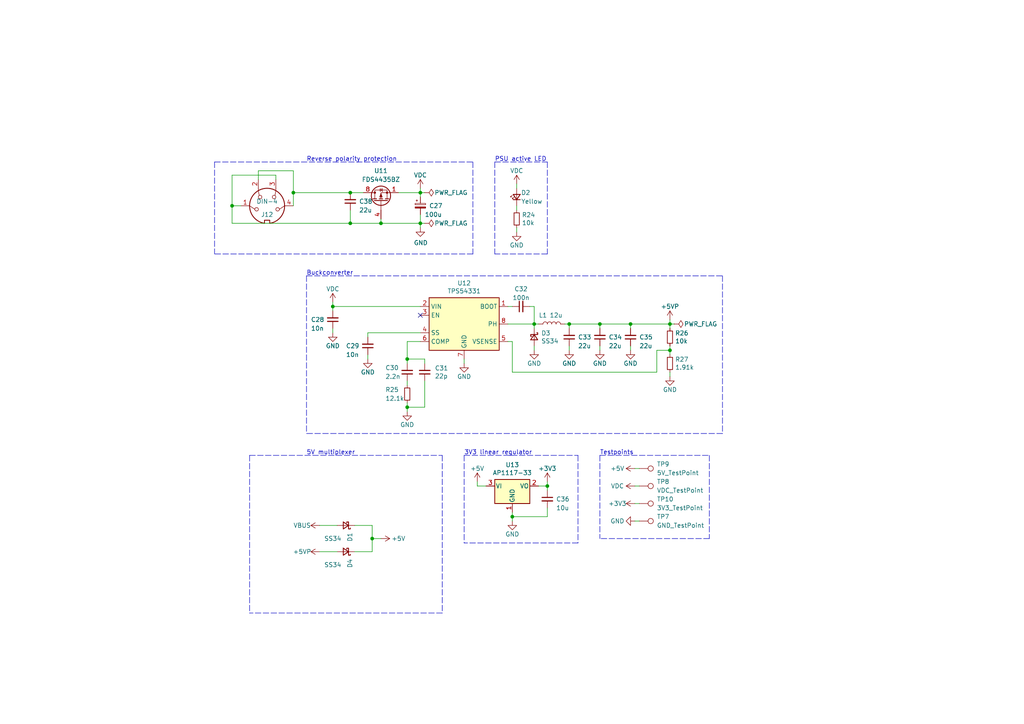
<source format=kicad_sch>
(kicad_sch (version 20211123) (generator eeschema)
  (paper "A4")
  (title_block (title "Power") (date "2022-03-29") (rev "003"))
  (lib_symbols
    (symbol "Connector:DIN-4" (pin_names (offset 1.016))
      (property "Reference" "J" (at 5.334 5.08 0))
      (property "Value" "DIN-4" (at 0 -6.35 0))
      (symbol "DIN-4_0_1"
        (arc (start -5.08 0) (mid -3.8597 -3.3379) (end -0.762 -5.08) (stroke (width 0.254)))
        (circle (center -3.048 -1.016) (radius 0.508))
        (circle (center -2.032 2.54) (radius 0.508))
        (polyline (pts (xy -3.556 -1.016) (xy -5.08 0)))
        (polyline (pts (xy 5.08 0) (xy 3.556 -1.016)))
        (polyline (pts (xy -2.54 5.08) (xy -2.54 4.318) (xy -2.286 3.048)))
        (polyline (pts (xy 2.54 5.08) (xy 2.54 4.318) (xy 2.286 3.048)))
        (polyline (pts (xy -0.762 -4.953) (xy -0.762 -4.191) (xy 0.762 -4.191) (xy 0.762 -4.953)) (stroke (width 0.254)))
        (arc (start 0.762 -5.08) (mid 3.8673 -3.3444) (end 5.08 0) (stroke (width 0.254)))
        (circle (center 2.032 2.54) (radius 0.508))
        (circle (center 3.048 -1.016) (radius 0.508))
        (arc (start 5.08 0) (mid 0 5.08) (end -5.08 0) (stroke (width 0.254)))
      )
      (symbol "DIN-4_1_1"
        (pin passive line (at -7.62 0 0) (length 2.54) (name "~") (number "1"))
        (pin passive line (at -2.54 7.62 270) (length 2.54) (name "~") (number "2"))
        (pin passive line (at 2.54 7.62 270) (length 2.54) (name "~") (number "3"))
        (pin passive line (at 7.62 0 180) (length 2.54) (name "~") (number "4"))
      )
    )
    (symbol "Connector:TestPoint" (pin_numbers hide) (pin_names (offset 0.762) hide)
      (property "Reference" "TP" (at 0 6.858 0))
      (property "Value" "TestPoint" (at 0 5.08 0))
      (symbol "TestPoint_0_1"
        (circle (center 0 3.302) (radius 0.762))
      )
      (symbol "TestPoint_1_1"
        (pin passive line (at 0 0 90) (length 2.54) (name "1") (number "1"))
      )
    )
    (symbol "Device:C_Polarized_Small" (pin_numbers hide) (pin_names (offset 0.254) hide)
      (property "Reference" "C" (at 0.254 1.778 0))
      (property "Value" "C_Polarized_Small" (at 0.254 -2.032 0))
      (symbol "C_Polarized_Small_0_1"
        (rectangle (start -1.524 -0.3048) (end 1.524 -0.6858) (fill (type outline)))
        (rectangle (start -1.524 0.6858) (end 1.524 0.3048))
        (polyline (pts (xy -1.27 1.524) (xy -0.762 1.524)))
        (polyline (pts (xy -1.016 1.27) (xy -1.016 1.778)))
      )
      (symbol "C_Polarized_Small_1_1"
        (pin passive line (at 0 2.54 270) (length 1.8542) (name "~") (number "1"))
        (pin passive line (at 0 -2.54 90) (length 1.8542) (name "~") (number "2"))
      )
    )
    (symbol "Device:C_Small" (pin_numbers hide) (pin_names (offset 0.254) hide)
      (property "Reference" "C" (at 0.254 1.778 0))
      (property "Value" "C_Small" (at 0.254 -2.032 0))
      (symbol "C_Small_0_1"
        (polyline (pts (xy -1.524 -0.508) (xy 1.524 -0.508)) (stroke (width 0.3302)))
        (polyline (pts (xy -1.524 0.508) (xy 1.524 0.508)) (stroke (width 0.3048)))
      )
      (symbol "C_Small_1_1"
        (pin passive line (at 0 2.54 270) (length 2.032) (name "~") (number "1"))
        (pin passive line (at 0 -2.54 90) (length 2.032) (name "~") (number "2"))
      )
    )
    (symbol "Device:D_Schottky_Small" (pin_numbers hide) (pin_names (offset 0.254) hide)
      (property "Reference" "D" (at -1.27 2.032 0))
      (property "Value" "D_Schottky_Small" (at -7.112 -2.032 0))
      (symbol "D_Schottky_Small_0_1"
        (polyline (pts (xy -0.762 0) (xy 0.762 0)))
        (polyline (pts (xy 0.762 -1.016) (xy -0.762 0) (xy 0.762 1.016) (xy 0.762 -1.016)) (stroke (width 0.254)))
        (polyline (pts (xy -1.27 0.762) (xy -1.27 1.016) (xy -0.762 1.016) (xy -0.762 -1.016) (xy -0.254 -1.016) (xy -0.254 -0.762)) (stroke (width 0.254)))
      )
      (symbol "D_Schottky_Small_1_1"
        (pin passive line (at -2.54 0 0) (length 1.778) (name "K") (number "1"))
        (pin passive line (at 2.54 0 180) (length 1.778) (name "A") (number "2"))
      )
    )
    (symbol "Device:L" (pin_numbers hide) (pin_names (offset 1.016) hide)
      (property "Reference" "L" (at -1.27 0 90))
      (property "Value" "L" (at 1.905 0 90))
      (symbol "L_0_1"
        (arc (start 0 -2.54) (mid 0.635 -1.905) (end 0 -1.27))
        (arc (start 0 -1.27) (mid 0.635 -0.635) (end 0 0))
        (arc (start 0 0) (mid 0.635 0.635) (end 0 1.27))
        (arc (start 0 1.27) (mid 0.635 1.905) (end 0 2.54))
      )
      (symbol "L_1_1"
        (pin passive line (at 0 3.81 270) (length 1.27) (name "1") (number "1"))
        (pin passive line (at 0 -3.81 90) (length 1.27) (name "2") (number "2"))
      )
    )
    (symbol "Device:LED_Small" (pin_numbers hide) (pin_names (offset 0.254) hide)
      (property "Reference" "D" (at -1.27 3.175 0))
      (property "Value" "LED_Small" (at -4.445 -2.54 0))
      (symbol "LED_Small_0_1"
        (polyline (pts (xy -0.762 -1.016) (xy -0.762 1.016)) (stroke (width 0.254)))
        (polyline (pts (xy 1.016 0) (xy -0.762 0)))
        (polyline (pts (xy 0.762 -1.016) (xy -0.762 0) (xy 0.762 1.016) (xy 0.762 -1.016)) (stroke (width 0.254)))
        (polyline (pts (xy 0 0.762) (xy -0.508 1.27) (xy -0.254 1.27) (xy -0.508 1.27) (xy -0.508 1.016)))
        (polyline (pts (xy 0.508 1.27) (xy 0 1.778) (xy 0.254 1.778) (xy 0 1.778) (xy 0 1.524)))
      )
      (symbol "LED_Small_1_1"
        (pin passive line (at -2.54 0 0) (length 1.778) (name "K") (number "1"))
        (pin passive line (at 2.54 0 180) (length 1.778) (name "A") (number "2"))
      )
    )
    (symbol "Device:R_Small" (pin_numbers hide) (pin_names (offset 0.254) hide)
      (property "Reference" "R" (at 0.762 0.508 0))
      (property "Value" "R_Small" (at 0.762 -1.016 0))
      (symbol "R_Small_0_1"
        (rectangle (start -0.762 1.778) (end 0.762 -1.778) (stroke (width 0.2032)))
      )
      (symbol "R_Small_1_1"
        (pin passive line (at 0 2.54 270) (length 0.762) (name "~") (number "1"))
        (pin passive line (at 0 -2.54 90) (length 0.762) (name "~") (number "2"))
      )
    )
    (symbol "Regulator_Linear:AP1117-33" (pin_names (offset 0.254))
      (property "Reference" "U" (at -3.81 3.175 0))
      (property "Value" "AP1117-33" (at 0 3.175 0))
      (symbol "AP1117-33_0_1"
        (rectangle (start -5.08 -5.08) (end 5.08 1.905) (stroke (width 0.254)) (fill (type background)))
      )
      (symbol "AP1117-33_1_1"
        (pin power_in line (at 0 -7.62 90) (length 2.54) (name "GND") (number "1"))
        (pin power_out line (at 7.62 0 180) (length 2.54) (name "VO") (number "2"))
        (pin power_in line (at -7.62 0 0) (length 2.54) (name "VI") (number "3"))
      )
    )
    (symbol "index:FDS4435BZ" (pin_names hide)
      (property "Reference" "Q" (at 5.08 1.905 0))
      (property "Value" "FDS4435BZ" (at 5.08 0 0))
      (symbol "FDS4435BZ_0_1"
        (polyline (pts (xy 0.254 0) (xy -2.54 0)))
        (polyline (pts (xy 0.254 1.905) (xy 0.254 -1.905)) (stroke (width 0.254)))
        (polyline (pts (xy 0.762 -1.27) (xy 0.762 -2.286)) (stroke (width 0.254)))
        (polyline (pts (xy 0.762 0.508) (xy 0.762 -0.508)) (stroke (width 0.254)))
        (polyline (pts (xy 0.762 2.286) (xy 0.762 1.27)) (stroke (width 0.254)))
        (polyline (pts (xy 2.54 2.54) (xy 2.54 1.778)))
        (polyline (pts (xy 2.54 -2.54) (xy 2.54 0) (xy 0.762 0)))
        (polyline (pts (xy 0.762 1.778) (xy 3.302 1.778) (xy 3.302 -1.778) (xy 0.762 -1.778)))
        (polyline (pts (xy 2.286 0) (xy 1.27 0.381) (xy 1.27 -0.381) (xy 2.286 0)) (fill (type outline)))
        (polyline (pts (xy 2.794 -0.508) (xy 2.921 -0.381) (xy 3.683 -0.381) (xy 3.81 -0.254)))
        (polyline (pts (xy 3.302 -0.381) (xy 2.921 0.254) (xy 3.683 0.254) (xy 3.302 -0.381)))
        (circle (center 1.651 0) (radius 2.794) (stroke (width 0.254)))
        (circle (center 2.54 -1.778) (radius 0.254) (fill (type outline)))
        (circle (center 2.54 1.778) (radius 0.254) (fill (type outline)))
      )
      (symbol "FDS4435BZ_1_1"
        (pin passive line (at 2.54 -5.08 90) (length 2.54) (name "S") (number "1"))
        (pin passive line (at 2.54 -5.08 90) (length 2.54) hide (name "S") (number "2"))
        (pin passive line (at 2.54 -5.08 90) (length 2.54) hide (name "S") (number "3"))
        (pin passive line (at -5.08 0 0) (length 2.54) (name "G") (number "4"))
        (pin passive line (at 2.54 5.08 270) (length 2.54) hide (name "D") (number "5"))
        (pin passive line (at 2.54 5.08 270) (length 2.54) hide (name "D") (number "6"))
        (pin passive line (at 2.54 5.08 270) (length 2.54) hide (name "D") (number "7"))
        (pin passive line (at 2.54 5.08 270) (length 2.54) (name "D") (number "8"))
      )
    )
    (symbol "index:TPS54331"
      (property "Reference" "U" (at -8.89 8.89 0))
      (property "Value" "TPS54331" (at 3.81 8.89 0))
      (symbol "TPS54331_1_1"
        (rectangle (start -10.16 7.62) (end 10.16 -7.62) (stroke (width 0.254)) (fill (type background)))
        (pin output line (at 12.7 5.08 180) (length 2.54) (name "BOOT") (number "1"))
        (pin power_in line (at -12.7 5.08 0) (length 2.54) (name "VIN") (number "2"))
        (pin input line (at -12.7 2.54 0) (length 2.54) (name "EN") (number "3"))
        (pin output line (at -12.7 -2.54 0) (length 2.54) (name "SS") (number "4"))
        (pin input line (at 12.7 -5.08 180) (length 2.54) (name "VSENSE") (number "5"))
        (pin output line (at -12.7 -5.08 0) (length 2.54) (name "COMP") (number "6"))
        (pin power_in line (at 0 -10.16 90) (length 2.54) (name "GND") (number "7"))
        (pin output line (at 12.7 0 180) (length 2.54) (name "PH") (number "8"))
      )
    )
    (symbol "power:+3V3" (power) (pin_names (offset 0))
      (property "Value" "+3V3" (at 0 3.556 0))
      (symbol "+3V3_0_1"
        (polyline (pts (xy -0.762 1.27) (xy 0 2.54)))
        (polyline (pts (xy 0 0) (xy 0 2.54)))
        (polyline (pts (xy 0 2.54) (xy 0.762 1.27)))
      )
      (symbol "+3V3_1_1"
        (pin power_in line (at 0 0 90) (length 0) hide (name "+3V3") (number "1"))
      )
    )
    (symbol "power:+5V" (power) (pin_names (offset 0))
      (property "Value" "+5V" (at 0 3.556 0))
      (symbol "+5V_0_1"
        (polyline (pts (xy -0.762 1.27) (xy 0 2.54)))
        (polyline (pts (xy 0 0) (xy 0 2.54)))
        (polyline (pts (xy 0 2.54) (xy 0.762 1.27)))
      )
      (symbol "+5V_1_1"
        (pin power_in line (at 0 0 90) (length 0) hide (name "+5V") (number "1"))
      )
    )
    (symbol "power:+5VP" (power) (pin_names (offset 0))
      (property "Value" "+5VP" (at 0 3.556 0))
      (symbol "+5VP_0_1"
        (polyline (pts (xy -0.762 1.27) (xy 0 2.54)))
        (polyline (pts (xy 0 0) (xy 0 2.54)))
        (polyline (pts (xy 0 2.54) (xy 0.762 1.27)))
      )
      (symbol "+5VP_1_1"
        (pin power_in line (at 0 0 90) (length 0) hide (name "+5VP") (number "1"))
      )
    )
    (symbol "power:GND" (power) (pin_names (offset 0))
      (property "Value" "GND" (at 0 -3.81 0))
      (symbol "GND_0_1"
        (polyline (pts (xy 0 0) (xy 0 -1.27) (xy 1.27 -1.27) (xy 0 -2.54) (xy -1.27 -1.27) (xy 0 -1.27)))
      )
      (symbol "GND_1_1"
        (pin power_in line (at 0 0 270) (length 0) hide (name "GND") (number "1"))
      )
    )
    (symbol "power:PWR_FLAG" (power) (pin_numbers hide) (pin_names (offset 0) hide)
      (property "Value" "PWR_FLAG" (at 0 3.81 0))
      (symbol "PWR_FLAG_0_0"
        (pin power_out line (at 0 0 90) (length 0) (name "pwr") (number "1"))
      )
      (symbol "PWR_FLAG_0_1"
        (polyline (pts (xy 0 0) (xy 0 1.27) (xy -1.016 1.905) (xy 0 2.54) (xy 1.016 1.905) (xy 0 1.27)))
      )
    )
    (symbol "power:VBUS" (power) (pin_names (offset 0))
      (property "Value" "VBUS" (at 0 3.81 0))
      (symbol "VBUS_0_1"
        (polyline (pts (xy -0.762 1.27) (xy 0 2.54)))
        (polyline (pts (xy 0 0) (xy 0 2.54)))
        (polyline (pts (xy 0 2.54) (xy 0.762 1.27)))
      )
      (symbol "VBUS_1_1"
        (pin power_in line (at 0 0 90) (length 0) hide (name "VBUS") (number "1"))
      )
    )
    (symbol "power:VDC" (power) (pin_names (offset 0))
      (property "Value" "VDC" (at 0 6.35 0))
      (symbol "VDC_0_1"
        (polyline (pts (xy -0.762 1.27) (xy 0 2.54)))
        (polyline (pts (xy 0 0) (xy 0 2.54)))
        (polyline (pts (xy 0 2.54) (xy 0.762 1.27)))
      )
      (symbol "VDC_1_1"
        (pin power_in line (at 0 0 90) (length 0) hide (name "VDC") (number "1"))
      )
    )
  )
  (junction (at 182.88 93.98))
  (junction (at 118.11 118.11))
  (junction (at 101.6 55.88))
  (junction (at 194.31 93.98))
  (junction (at 121.92 55.88))
  (junction (at 101.6 64.77))
  (junction (at 121.92 64.77))
  (junction (at 148.59 149.86))
  (junction (at 107.95 156.21))
  (junction (at 118.11 104.14))
  (junction (at 158.75 140.97))
  (junction (at 154.94 93.98))
  (junction (at 67.31 59.69))
  (junction (at 110.49 64.77))
  (junction (at 165.1 93.98))
  (junction (at 173.99 93.98))
  (junction (at 85.09 55.88))
  (junction (at 194.31 101.6))
  (junction (at 96.52 88.9))
  (no_connect (at 121.92 91.44))
  (polyline (pts (xy 173.99 132.08) (xy 173.99 156.21)))
  (wire (pts (xy 74.93 52.07) (xy 74.93 49.53)))
  (polyline (pts (xy 167.64 157.48) (xy 134.62 157.48)))
  (polyline (pts (xy 62.23 46.99) (xy 137.16 46.99)))
  (polyline (pts (xy 134.62 132.08) (xy 167.64 132.08)))
  (wire (pts (xy 107.95 160.02) (xy 107.95 156.21)))
  (wire (pts (xy 92.71 160.02) (xy 97.79 160.02)))
  (polyline (pts (xy 158.75 46.99) (xy 158.75 73.66)))
  (polyline (pts (xy 72.39 132.08) (xy 128.27 132.08)))
  (wire (pts (xy 96.52 95.25) (xy 96.52 96.52)))
  (wire (pts (xy 194.31 93.98) (xy 194.31 95.25)))
  (polyline (pts (xy 62.23 46.99) (xy 62.23 73.66)))
  (wire (pts (xy 102.87 160.02) (xy 107.95 160.02)))
  (wire (pts (xy 154.94 88.9) (xy 154.94 93.98)))
  (polyline (pts (xy 72.39 132.08) (xy 72.39 177.8)))
  (wire (pts (xy 121.92 55.88) (xy 123.19 55.88)))
  (wire (pts (xy 184.15 151.13) (xy 185.42 151.13)))
  (wire (pts (xy 123.19 118.11) (xy 123.19 110.49)))
  (wire (pts (xy 106.68 102.87) (xy 106.68 104.14)))
  (wire (pts (xy 148.59 99.06) (xy 148.59 107.95)))
  (wire (pts (xy 74.93 49.53) (xy 85.09 49.53)))
  (wire (pts (xy 182.88 100.33) (xy 182.88 101.6)))
  (wire (pts (xy 190.5 107.95) (xy 190.5 101.6)))
  (wire (pts (xy 110.49 63.5) (xy 110.49 64.77)))
  (wire (pts (xy 184.15 146.05) (xy 185.42 146.05)))
  (wire (pts (xy 190.5 101.6) (xy 194.31 101.6)))
  (polyline (pts (xy 173.99 132.08) (xy 205.74 132.08)))
  (wire (pts (xy 154.94 93.98) (xy 156.21 93.98)))
  (wire (pts (xy 118.11 104.14) (xy 118.11 99.06)))
  (wire (pts (xy 118.11 116.84) (xy 118.11 118.11)))
  (wire (pts (xy 147.32 99.06) (xy 148.59 99.06)))
  (wire (pts (xy 148.59 88.9) (xy 147.32 88.9)))
  (wire (pts (xy 163.83 93.98) (xy 165.1 93.98)))
  (wire (pts (xy 80.01 50.8) (xy 67.31 50.8)))
  (polyline (pts (xy 205.74 132.08) (xy 205.74 156.21)))
  (wire (pts (xy 121.92 64.77) (xy 110.49 64.77)))
  (wire (pts (xy 102.87 152.4) (xy 107.95 152.4)))
  (wire (pts (xy 121.92 54.61) (xy 121.92 55.88)))
  (wire (pts (xy 121.92 64.77) (xy 123.19 64.77)))
  (wire (pts (xy 121.92 64.77) (xy 121.92 66.04)))
  (polyline (pts (xy 209.55 125.73) (xy 88.9 125.73)))
  (wire (pts (xy 123.19 104.14) (xy 118.11 104.14)))
  (wire (pts (xy 173.99 100.33) (xy 173.99 101.6)))
  (wire (pts (xy 154.94 100.33) (xy 154.94 101.6)))
  (wire (pts (xy 118.11 118.11) (xy 118.11 119.38)))
  (polyline (pts (xy 134.62 132.08) (xy 134.62 157.48)))
  (polyline (pts (xy 128.27 177.8) (xy 72.39 177.8)))
  (wire (pts (xy 154.94 93.98) (xy 154.94 95.25)))
  (wire (pts (xy 138.43 139.7) (xy 138.43 140.97)))
  (wire (pts (xy 96.52 88.9) (xy 96.52 90.17)))
  (wire (pts (xy 101.6 55.88) (xy 105.41 55.88)))
  (wire (pts (xy 148.59 107.95) (xy 190.5 107.95)))
  (wire (pts (xy 85.09 59.69) (xy 85.09 55.88)))
  (wire (pts (xy 184.15 140.97) (xy 185.42 140.97)))
  (wire (pts (xy 148.59 149.86) (xy 148.59 151.13)))
  (wire (pts (xy 107.95 156.21) (xy 110.49 156.21)))
  (wire (pts (xy 149.86 66.04) (xy 149.86 67.31)))
  (wire (pts (xy 158.75 147.32) (xy 158.75 149.86)))
  (wire (pts (xy 149.86 59.69) (xy 149.86 60.96)))
  (wire (pts (xy 107.95 152.4) (xy 107.95 156.21)))
  (wire (pts (xy 85.09 49.53) (xy 85.09 55.88)))
  (wire (pts (xy 85.09 55.88) (xy 101.6 55.88)))
  (wire (pts (xy 158.75 139.7) (xy 158.75 140.97)))
  (wire (pts (xy 194.31 92.71) (xy 194.31 93.98)))
  (wire (pts (xy 106.68 96.52) (xy 121.92 96.52)))
  (wire (pts (xy 118.11 110.49) (xy 118.11 111.76)))
  (wire (pts (xy 194.31 100.33) (xy 194.31 101.6)))
  (wire (pts (xy 67.31 64.77) (xy 101.6 64.77)))
  (wire (pts (xy 96.52 87.63) (xy 96.52 88.9)))
  (polyline (pts (xy 158.75 73.66) (xy 143.51 73.66)))
  (wire (pts (xy 147.32 93.98) (xy 154.94 93.98)))
  (wire (pts (xy 194.31 101.6) (xy 194.31 102.87)))
  (wire (pts (xy 194.31 109.22) (xy 194.31 107.95)))
  (polyline (pts (xy 88.9 80.01) (xy 88.9 125.73)))
  (wire (pts (xy 92.71 152.4) (xy 97.79 152.4)))
  (wire (pts (xy 173.99 93.98) (xy 182.88 93.98)))
  (wire (pts (xy 165.1 100.33) (xy 165.1 101.6)))
  (wire (pts (xy 118.11 104.14) (xy 118.11 105.41)))
  (wire (pts (xy 182.88 93.98) (xy 194.31 93.98)))
  (wire (pts (xy 138.43 140.97) (xy 140.97 140.97)))
  (polyline (pts (xy 209.55 80.01) (xy 209.55 125.73)))
  (wire (pts (xy 158.75 149.86) (xy 148.59 149.86)))
  (polyline (pts (xy 143.51 46.99) (xy 143.51 73.66)))
  (polyline (pts (xy 167.64 132.08) (xy 167.64 157.48)))
  (wire (pts (xy 156.21 140.97) (xy 158.75 140.97)))
  (wire (pts (xy 67.31 59.69) (xy 69.85 59.69)))
  (wire (pts (xy 134.62 104.14) (xy 134.62 105.41)))
  (wire (pts (xy 67.31 50.8) (xy 67.31 59.69)))
  (polyline (pts (xy 205.74 156.21) (xy 173.99 156.21)))
  (wire (pts (xy 165.1 93.98) (xy 173.99 93.98)))
  (wire (pts (xy 184.15 135.89) (xy 185.42 135.89)))
  (wire (pts (xy 148.59 148.59) (xy 148.59 149.86)))
  (wire (pts (xy 153.67 88.9) (xy 154.94 88.9)))
  (wire (pts (xy 194.31 93.98) (xy 195.58 93.98)))
  (wire (pts (xy 182.88 93.98) (xy 182.88 95.25)))
  (wire (pts (xy 149.86 53.34) (xy 149.86 54.61)))
  (wire (pts (xy 118.11 99.06) (xy 121.92 99.06)))
  (wire (pts (xy 165.1 93.98) (xy 165.1 95.25)))
  (wire (pts (xy 121.92 62.23) (xy 121.92 64.77)))
  (wire (pts (xy 80.01 52.07) (xy 80.01 50.8)))
  (wire (pts (xy 173.99 93.98) (xy 173.99 95.25)))
  (polyline (pts (xy 137.16 73.66) (xy 62.23 73.66)))
  (wire (pts (xy 101.6 64.77) (xy 101.6 60.96)))
  (wire (pts (xy 115.57 55.88) (xy 121.92 55.88)))
  (wire (pts (xy 158.75 142.24) (xy 158.75 140.97)))
  (polyline (pts (xy 88.9 80.01) (xy 209.55 80.01)))
  (wire (pts (xy 106.68 96.52) (xy 106.68 97.79)))
  (wire (pts (xy 121.92 55.88) (xy 121.92 57.15)))
  (polyline (pts (xy 137.16 46.99) (xy 137.16 73.66)))
  (polyline (pts (xy 128.27 132.08) (xy 128.27 177.8)))
  (wire (pts (xy 96.52 88.9) (xy 121.92 88.9)))
  (wire (pts (xy 67.31 59.69) (xy 67.31 64.77)))
  (wire (pts (xy 101.6 64.77) (xy 110.49 64.77)))
  (polyline (pts (xy 143.51 46.99) (xy 158.75 46.99)))
  (wire (pts (xy 123.19 105.41) (xy 123.19 104.14)))
  (wire (pts (xy 118.11 118.11) (xy 123.19 118.11)))
  (text "Buckconverter" (at 88.9 80.01 0) (effects (font (size 1.27 1.27)) (justify left bottom)))
  (text "Reverse polarity protection" (at 88.9 46.99 0) (effects (font (size 1.27 1.27)) (justify left bottom)))
  (text "Testpoints" (at 173.99 132.08 0) (effects (font (size 1.27 1.27)) (justify left bottom)))
  (text "PSU active LED" (at 143.51 46.99 0) (effects (font (size 1.27 1.27)) (justify left bottom)))
  (text "3V3 linear regulator" (at 134.62 132.08 0) (effects (font (size 1.27 1.27)) (justify left bottom)))
  (text "5V multiplexer" (at 88.9 132.08 0) (effects (font (size 1.27 1.27)) (justify left bottom)))
  (symbol (lib_id "Device:C_Polarized_Small") (at 121.92 59.69 0) (unit 1)
    (property "Reference" "C27" (at 124.46 59.69 0) (effects (justify left)))
    (property "Value" "100u" (at 123.19 62.23 0) (effects (justify left)))
    (property "Footprint" "Capacitor_SMD:CP_Elec_6.3x7.7" (effects hide))
    (property "Digikey" "493-2203-1-ND" (effects hide))
    (property "JLCPCB" "C99837" (effects hide))
    (property "LCSC" "C3339" (effects hide))
    (property "Mouser" "647-UWT1V101MCL1S" (effects hide))
  )
  (symbol (lib_id "Device:L") (at 160.02 93.98 90) (unit 1)
    (property "Reference" "L1" (at 157.48 91.44 90))
    (property "Value" "12u" (at 161.29 91.44 90))
    (property "Footprint" "Inductor_SMD:L_Coilcraft_XAL60xx_6.36x6.56mm" (effects hide))
    (property "Digikey" "ASPI-6045S-120M-TCT-ND" (effects hide))
    (property "LCSC" "C168077" (effects hide))
    (property "Mouser" "815-ASPI-6045S-120MT" (effects hide))
  )
  (symbol (lib_id "Device:R_Small") (at 194.31 97.79 0) (unit 1)
    (property "Reference" "R26" (at 195.8086 96.6216 0) (effects (justify left)))
    (property "Value" "10k" (at 195.8086 98.933 0) (effects (justify left)))
    (property "Footprint" "Resistor_SMD:R_0805_2012Metric" (effects hide))
    (property "Digikey" "RMCF0805FT10K0CT-ND" (effects hide))
    (property "JLCPCB" "C17414" (effects hide))
    (property "LCSC" "C115295" (effects hide))
    (property "Mouser" "71-CRCW080510K0FKEAC" (effects hide))
    (property "Notes" "1%" (effects hide))
  )
  (symbol (lib_id "Device:R_Small") (at 194.31 105.41 0) (unit 1)
    (property "Reference" "R27" (at 195.8086 104.2416 0) (effects (justify left)))
    (property "Value" "1.91k" (at 195.8086 106.553 0) (effects (justify left)))
    (property "Footprint" "Resistor_SMD:R_0805_2012Metric" (effects hide))
    (property "Datasheet" "https://www.vishay.com/docs/20035/dcrcwe3.pdf" (effects hide))
    (property "Digikey" "541-1.91KCCT-ND" (effects hide))
    (property "JLCPCB" "C17401" (effects hide))
    (property "LCSC" "C17401" (effects hide))
    (property "Mouser" "71-CRCW08051K91FKEA" (effects hide))
  )
  (symbol (lib_id "Device:C_Small") (at 96.52 92.71 180) (unit 1)
    (property "Reference" "C28" (at 90.17 92.71 0) (effects (justify right)))
    (property "Value" "10n" (at 90.17 95.25 0) (effects (justify right)))
    (property "Footprint" "Capacitor_SMD:C_0805_2012Metric" (effects hide))
    (property "Digikey" "1276-1015-1-ND" (effects hide))
    (property "JLCPCB" "C1710" (effects hide))
    (property "LCSC" "C1710" (effects hide))
    (property "Mouser" "187-CL21B103KBANNNC" (effects hide))
  )
  (symbol (lib_id "Regulator_Linear:AP1117-33") (at 148.59 140.97 0) (unit 1)
    (property "Reference" "U13" (at 148.59 134.8232 0))
    (property "Value" "AP1117-33" (at 148.59 137.1346 0))
    (property "Footprint" "Package_TO_SOT_SMD:SOT-223-3_TabPin2" (effects hide))
    (property "Datasheet" "http://www.diodes.com/datasheets/AP1117.pdf" (effects hide))
    (property "JLCPCB" "C108785" (effects hide))
    (property "LCSC" "C108785" (effects hide))
    (property "Digikey" "ZLDO1117G33DICT-ND" (effects hide))
    (property "Mouser" "522-ZLDO1117G33TA" (effects hide))
  )
  (symbol (lib_id "power:+3V3") (at 158.75 139.7 0) (unit 1)
    (property "Reference" "#PWR0161" (effects hide))
    (property "Value" "+3V3" (at 158.75 135.89 0))
  )
  (symbol (lib_id "power:GND") (at 148.59 151.13 0) (unit 1)
    (property "Reference" "#PWR0160" (effects hide))
    (property "Value" "GND" (at 148.59 154.94 0))
  )
  (symbol (lib_id "power:+5V") (at 138.43 139.7 0) (unit 1)
    (property "Reference" "#PWR0159" (effects hide))
    (property "Value" "+5V" (at 138.43 135.89 0))
  )
  (symbol (lib_id "Device:LED_Small") (at 149.86 57.15 90) (unit 1)
    (property "Reference" "D2" (at 151.13 55.88 90) (effects (justify right)))
    (property "Value" "Yellow" (at 151.13 58.42 90) (effects (justify right)))
    (property "Footprint" "LED_SMD:LED_0805_2012Metric" (effects hide))
    (property "Digikey" "732-4987-1-ND" (effects hide))
    (property "JLCPCB" "C2296" (effects hide))
    (property "LCSC" "C779458" (effects hide))
    (property "Mouser" "710-150080YS75000" (effects hide))
  )
  (symbol (lib_id "Device:R_Small") (at 149.86 63.5 0) (unit 1)
    (property "Reference" "R24" (at 151.3586 62.3316 0) (effects (justify left)))
    (property "Value" "10k" (at 151.3586 64.643 0) (effects (justify left)))
    (property "Footprint" "Resistor_SMD:R_0805_2012Metric" (effects hide))
    (property "Digikey" "RMCF0805FT10K0CT-ND" (effects hide))
    (property "JLCPCB" "C17414" (effects hide))
    (property "LCSC" "C115295" (effects hide))
    (property "Mouser" "71-CRCW080510K0FKEAC" (effects hide))
  )
  (symbol (lib_id "power:GND") (at 149.86 67.31 0) (unit 1)
    (property "Reference" "#PWR0146" (effects hide))
    (property "Value" "GND" (at 149.86 71.12 0))
  )
  (symbol (lib_id "index:FDS4435BZ") (at 110.49 58.42 90) (unit 1)
    (property "Reference" "U11" (at 110.49 49.53 90))
    (property "Value" "FDS4435BZ" (at 110.49 52.07 90))
    (property "Footprint" "Package_SO:SO-8_3.9x4.9mm_P1.27mm" (effects hide))
    (property "JLCPCB" "C23931" (effects hide))
    (property "LCSC" "C23931" (effects hide))
    (property "Digikey" "FDS4435BZCT-ND" (effects hide))
    (property "Mouser" "512-FDS4435BZ" (effects hide))
  )
  (symbol (lib_id "power:GND") (at 194.31 109.22 0) (unit 1)
    (property "Reference" "#PWR0157" (effects hide))
    (property "Value" "GND" (at 194.31 113.03 0))
  )
  (symbol (lib_id "power:GND") (at 121.92 66.04 0) (unit 1)
    (property "Reference" "#PWR0143" (effects hide))
    (property "Value" "GND" (at 122.047 70.4342 0))
  )
  (symbol (lib_id "Device:D_Schottky_Small") (at 154.94 97.79 270) (unit 1)
    (property "Reference" "D3" (at 156.972 96.6216 90) (effects (justify left)))
    (property "Value" "SS34" (at 156.972 98.933 90) (effects (justify left)))
    (property "Footprint" "Diode_SMD:D_SMA" (effects hide))
    (property "LCSC" "C266553" (effects hide))
    (property "JLCPCB" "C8678" (effects hide))
    (property "Notes" "Vf<=0.55V,I>=2A,Vr>=24V" (effects hide))
    (property "Digikey" "641-2115-1-ND" (effects hide))
    (property "Mouser" "821-SS34LRVG" (effects hide))
  )
  (symbol (lib_id "power:GND") (at 154.94 101.6 0) (unit 1)
    (property "Reference" "#PWR0152" (effects hide))
    (property "Value" "GND" (at 154.94 105.41 0))
  )
  (symbol (lib_id "power:VDC") (at 96.52 87.63 0) (unit 1)
    (property "Reference" "#PWR0149" (effects hide))
    (property "Value" "VDC" (at 96.52 83.82 0))
  )
  (symbol (lib_id "power:VDC") (at 149.86 53.34 0) (unit 1)
    (property "Reference" "#PWR0145" (effects hide))
    (property "Value" "VDC" (at 149.86 49.53 0))
  )
  (symbol (lib_id "power:GND") (at 96.52 96.52 0) (unit 1)
    (property "Reference" "#PWR0147" (effects hide))
    (property "Value" "GND" (at 96.52 100.33 0))
  )
  (symbol (lib_id "Device:C_Small") (at 158.75 144.78 0) (unit 1)
    (property "Reference" "C36" (at 161.29 144.78 0) (effects (justify left)))
    (property "Value" "10u" (at 161.29 147.32 0) (effects (justify left)))
    (property "Footprint" "Capacitor_SMD:C_0805_2012Metric" (effects hide))
    (property "JLCPCB" "C15850" (effects hide))
    (property "LCSC" "C17024" (effects hide))
    (property "Digikey" "490-18663-1-ND" (effects hide))
    (property "Mouser" "81-GRM21BR61H106KE3L" (effects hide))
  )
  (symbol (lib_id "power:VBUS") (at 92.71 152.4 90) (unit 1)
    (property "Reference" "#PWR0158" (effects hide))
    (property "Value" "VBUS" (at 87.63 152.4 90))
  )
  (symbol (lib_id "power:PWR_FLAG") (at 195.58 93.98 270) (unit 1)
    (property "Reference" "#FLG026" (effects hide))
    (property "Value" "PWR_FLAG" (at 203.2 93.98 90))
  )
  (symbol (lib_id "power:PWR_FLAG") (at 123.19 55.88 270) (unit 1)
    (property "Reference" "#FLG024" (effects hide))
    (property "Value" "PWR_FLAG" (at 130.81 55.88 90))
  )
  (symbol (lib_id "power:GND") (at 134.62 105.41 0) (unit 1)
    (property "Reference" "#PWR0151" (effects hide))
    (property "Value" "GND" (at 134.62 109.22 0))
  )
  (symbol (lib_id "index:TPS54331") (at 134.62 93.98 0) (unit 1)
    (property "Reference" "U12" (at 134.62 82.1182 0))
    (property "Value" "TPS54331" (at 134.62 84.4296 0))
    (property "Footprint" "Package_SO:SOIC-8_3.9x4.9mm_P1.27mm" (effects hide))
    (property "Datasheet" "https://www.ti.com/lit/ds/symlink/tps54331.pdf" (effects hide))
    (property "LCSC" "C9865" (effects hide))
    (property "JLCPCB" "C9865" (effects hide))
    (property "Digikey" "296-26991-1-ND" (effects hide))
    (property "Mouser" "595-TPS54331DR" (effects hide))
    (property "Notes" "Can use the tube version 296-23626-5-ND" (effects hide))
  )
  (symbol (lib_id "Device:C_Small") (at 151.13 88.9 90) (unit 1)
    (property "Reference" "C32" (at 151.13 83.82 90))
    (property "Value" "100n" (at 151.13 86.36 90))
    (property "Footprint" "Capacitor_SMD:C_0805_2012Metric" (effects hide))
    (property "Digikey" "1276-1180-1-ND" (effects hide))
    (property "JLCPCB" "C49678" (effects hide))
    (property "LCSC" "C360619" (effects hide))
    (property "Mouser" "581-08055C104K" (effects hide))
  )
  (symbol (lib_id "Device:C_Small") (at 106.68 100.33 180) (unit 1)
    (property "Reference" "C29" (at 100.33 100.33 0) (effects (justify right)))
    (property "Value" "10n" (at 100.33 102.87 0) (effects (justify right)))
    (property "Footprint" "Capacitor_SMD:C_0805_2012Metric" (effects hide))
    (property "Digikey" "1276-1015-1-ND" (effects hide))
    (property "JLCPCB" "C1710" (effects hide))
    (property "LCSC" "C1710" (effects hide))
    (property "Mouser" "187-CL21B103KBANNNC" (effects hide))
  )
  (symbol (lib_id "power:GND") (at 106.68 104.14 0) (unit 1)
    (property "Reference" "#PWR0148" (effects hide))
    (property "Value" "GND" (at 106.68 107.95 0))
  )
  (symbol (lib_id "Device:C_Small") (at 118.11 107.95 180) (unit 1)
    (property "Reference" "C30" (at 111.76 106.68 0) (effects (justify right)))
    (property "Value" "2.2n" (at 111.76 109.22 0) (effects (justify right)))
    (property "Footprint" "Capacitor_SMD:C_0805_2012Metric" (effects hide))
    (property "Digikey" "1276-2993-1-ND" (effects hide))
    (property "JLCPCB" "C28260" (effects hide))
    (property "LCSC" "C28260" (effects hide))
    (property "Mouser" "187-CL21C222JBFNNNE" (effects hide))
  )
  (symbol (lib_id "Device:C_Small") (at 123.19 107.95 180) (unit 1)
    (property "Reference" "C31" (at 126.111 106.7816 0) (effects (justify right)))
    (property "Value" "22p" (at 126.111 109.093 0) (effects (justify right)))
    (property "Footprint" "Capacitor_SMD:C_0805_2012Metric" (effects hide))
    (property "Digikey" "311-1103-1-ND" (effects hide))
    (property "JLCPCB" "C1804" (effects hide))
    (property "LCSC" "C123642" (effects hide))
    (property "Mouser" "603-CC805JRNPO9BN220" (effects hide))
  )
  (symbol (lib_id "power:GND") (at 118.11 119.38 0) (unit 1)
    (property "Reference" "#PWR0150" (effects hide))
    (property "Value" "GND" (at 118.11 123.19 0))
  )
  (symbol (lib_id "power:GND") (at 165.1 101.6 0) (unit 1)
    (property "Reference" "#PWR0153" (effects hide))
    (property "Value" "GND" (at 165.1 105.41 0))
  )
  (symbol (lib_id "power:GND") (at 173.99 101.6 0) (unit 1)
    (property "Reference" "#PWR0154" (effects hide))
    (property "Value" "GND" (at 173.99 105.41 0))
  )
  (symbol (lib_id "Device:C_Small") (at 182.88 97.79 180) (unit 1)
    (property "Reference" "C35" (at 185.42 97.79 0) (effects (justify right)))
    (property "Value" "22u" (at 185.42 100.33 0) (effects (justify right)))
    (property "Footprint" "Capacitor_SMD:C_0805_2012Metric" (effects hide))
    (property "JLCPCB" "C45783" (effects hide))
    (property "LCSC" "C5674" (effects hide))
  )
  (symbol (lib_id "power:GND") (at 182.88 101.6 0) (unit 1)
    (property "Reference" "#PWR0155" (effects hide))
    (property "Value" "GND" (at 182.88 105.41 0))
  )
  (symbol (lib_id "Device:R_Small") (at 118.11 114.3 0) (unit 1)
    (property "Reference" "R25" (at 111.76 113.03 0) (effects (justify left)))
    (property "Value" "12.1k" (at 111.76 115.57 0) (effects (justify left)))
    (property "Footprint" "Resistor_SMD:R_0805_2012Metric" (effects hide))
    (property "Datasheet" "https://www.vishay.com/docs/20035/dcrcwe3.pdf" (effects hide))
    (property "JLCPCB" "C17431" (effects hide))
    (property "LCSC" "C139928" (effects hide))
    (property "Notes" "1%" (effects hide))
    (property "Digikey" "541-12.1KCCT-ND" (effects hide))
    (property "Mouser" "71-CRCW0805-12.1K-E3" (effects hide))
  )
  (symbol (lib_id "Device:C_Small") (at 173.99 97.79 180) (unit 1)
    (property "Reference" "C34" (at 176.53 97.79 0) (effects (justify right)))
    (property "Value" "22u" (at 176.53 100.33 0) (effects (justify right)))
    (property "Footprint" "Capacitor_SMD:C_0805_2012Metric" (effects hide))
    (property "JLCPCB" "C45783" (effects hide))
    (property "LCSC" "C5674" (effects hide))
  )
  (symbol (lib_id "Device:C_Small") (at 165.1 97.79 180) (unit 1)
    (property "Reference" "C33" (at 167.64 97.79 0) (effects (justify right)))
    (property "Value" "22u" (at 167.64 100.33 0) (effects (justify right)))
    (property "Footprint" "Capacitor_SMD:C_0805_2012Metric" (effects hide))
    (property "JLCPCB" "C45783" (effects hide))
    (property "LCSC" "C5674" (effects hide))
  )
  (symbol (lib_id "Connector:TestPoint") (at 185.42 140.97 270) (mirror x) (unit 1)
    (property "Reference" "TP8" (at 190.5 139.7 90) (effects (justify left)))
    (property "Value" "VDC_TestPoint" (at 190.5 142.24 90) (effects (justify left)))
    (property "Footprint" "TestPoint:TestPoint_Pad_D2.0mm" (effects hide))
  )
  (symbol (lib_id "Connector:TestPoint") (at 185.42 135.89 270) (mirror x) (unit 1)
    (property "Reference" "TP9" (at 190.5 134.62 90) (effects (justify left)))
    (property "Value" "5V_TestPoint" (at 190.5 137.16 90) (effects (justify left)))
    (property "Footprint" "TestPoint:TestPoint_Pad_D2.0mm" (effects hide))
  )
  (symbol (lib_id "Connector:TestPoint") (at 185.42 146.05 270) (mirror x) (unit 1)
    (property "Reference" "TP10" (at 190.5 144.78 90) (effects (justify left)))
    (property "Value" "3V3_TestPoint" (at 190.5 147.32 90) (effects (justify left)))
    (property "Footprint" "TestPoint:TestPoint_Pad_D2.0mm" (effects hide))
  )
  (symbol (lib_id "power:+5V") (at 184.15 135.89 90) (mirror x) (unit 1)
    (property "Reference" "#PWR0195" (effects hide))
    (property "Value" "+5V" (at 179.07 135.89 90))
  )
  (symbol (lib_id "power:+3V3") (at 184.15 146.05 90) (mirror x) (unit 1)
    (property "Reference" "#PWR0196" (effects hide))
    (property "Value" "+3V3" (at 179.07 146.05 90))
  )
  (symbol (lib_id "power:VDC") (at 184.15 140.97 90) (mirror x) (unit 1)
    (property "Reference" "#PWR0197" (effects hide))
    (property "Value" "VDC" (at 179.07 140.97 90))
  )
  (symbol (lib_id "Connector:TestPoint") (at 185.42 151.13 270) (mirror x) (unit 1)
    (property "Reference" "TP7" (at 190.5 149.86 90) (effects (justify left)))
    (property "Value" "GND_TestPoint" (at 190.5 152.4 90) (effects (justify left)))
    (property "Footprint" "TestPoint:TestPoint_Pad_D2.0mm" (effects hide))
  )
  (symbol (lib_id "power:GND") (at 184.15 151.13 270) (mirror x) (unit 1)
    (property "Reference" "#PWR0198" (effects hide))
    (property "Value" "GND" (at 179.07 151.13 90))
  )
  (symbol (lib_id "power:PWR_FLAG") (at 123.19 64.77 270) (unit 1)
    (property "Reference" "#FLG0101" (effects hide))
    (property "Value" "PWR_FLAG" (at 130.81 64.77 90))
  )
  (symbol (lib_id "Device:D_Schottky_Small") (at 100.33 152.4 180) (unit 1)
    (property "Reference" "D1" (at 101.4984 154.432 90) (effects (justify left)))
    (property "Value" "SS34" (at 99.06 156.21 0) (effects (justify left)))
    (property "Footprint" "Diode_SMD:D_SMA" (effects hide))
    (property "LCSC" "C266553" (effects hide))
    (property "JLCPCB" "C8678" (effects hide))
    (property "Notes" "Vf<=0.55V,I>=2A,Vr>=24V" (effects hide))
    (property "Digikey" "641-2115-1-ND" (effects hide))
    (property "Mouser" "821-SS34LRVG" (effects hide))
  )
  (symbol (lib_id "power:VDC") (at 121.92 54.61 0) (unit 1)
    (property "Reference" "#PWR0111" (effects hide))
    (property "Value" "VDC" (at 121.92 50.8 0))
  )
  (symbol (lib_id "power:+5VP") (at 194.31 92.71 0) (unit 1)
    (property "Reference" "#PWR0244" (effects hide))
    (property "Value" "+5VP" (at 194.31 88.9 0))
  )
  (symbol (lib_id "Connector:DIN-4") (at 77.47 59.69 0) (unit 1)
    (property "Reference" "J12" (at 77.47 62.23 0))
    (property "Value" "DIN-4" (at 77.47 58.42 0))
    (property "Footprint" "index:KPJX-4S-S" (effects hide))
    (property "Datasheet" "http://www.mouser.com/ds/2/18/40_c091_abd_e-75918.pdf" (effects hide))
  )
  (symbol (lib_id "power:+5VP") (at 92.71 160.02 90) (unit 1)
    (property "Reference" "#PWR0245" (effects hide))
    (property "Value" "+5VP" (at 87.63 160.02 90))
  )
  (symbol (lib_id "power:+5V") (at 110.49 156.21 270) (unit 1)
    (property "Reference" "#PWR0116" (effects hide))
    (property "Value" "+5V" (at 115.57 156.21 90))
  )
  (symbol (lib_id "Device:D_Schottky_Small") (at 100.33 160.02 180) (unit 1)
    (property "Reference" "D4" (at 101.4984 162.052 90) (effects (justify left)))
    (property "Value" "SS34" (at 99.06 163.83 0) (effects (justify left)))
    (property "Footprint" "Diode_SMD:D_SMA" (effects hide))
    (property "LCSC" "C266553" (effects hide))
    (property "JLCPCB" "C8678" (effects hide))
    (property "Notes" "Vf<=0.55V,I>=2A,Vr>=24V" (effects hide))
    (property "Digikey" "641-2115-1-ND" (effects hide))
    (property "Mouser" "821-SS34LRVG" (effects hide))
  )
  (symbol (lib_id "Device:C_Small") (at 101.6 58.42 180) (unit 1)
    (property "Reference" "C38" (at 104.14 58.42 0) (effects (justify right)))
    (property "Value" "22u" (at 104.14 60.96 0) (effects (justify right)))
    (property "Footprint" "Capacitor_SMD:C_0805_2012Metric" (effects hide))
    (property "JLCPCB" "C45783" (effects hide))
    (property "LCSC" "C5674" (effects hide))
  )
)
</source>
